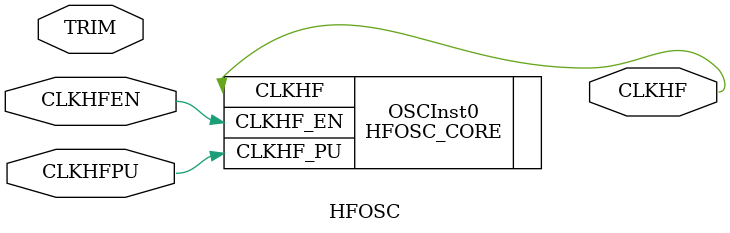
<source format=v>
`timescale 1ps/1ps
module HFOSC  ( CLKHFPU,CLKHFEN, CLKHF, TRIM);	
	input CLKHFPU,CLKHFEN;
	output  CLKHF;	
	input [9:0] TRIM;
	parameter CLKHF_DIV = "0b00";
	parameter FABRIC_TRIME = "DISABLE";

HFOSC_CORE OSCInst0( 
.CLKHF_EN(CLKHFEN), 
.CLKHF_PU(CLKHFPU),
.CLKHF(CLKHF) 
) /* synthesis ROUTE_THROUGH_FABRIC= 0 */;
defparam OSCInst0.CLKHF_DIV = CLKHF_DIV;


endmodule 

</source>
